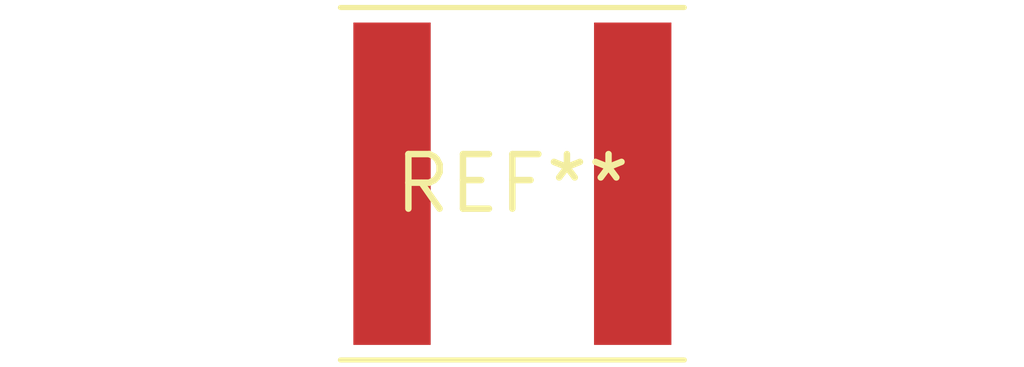
<source format=kicad_pcb>
(kicad_pcb (version 20240108) (generator pcbnew)
  (layers (0 "F.Cu" signal) (31 "B.Cu" signal) (34 "B.Paste" user) (35 "F.Paste" user) (36 "B.SilkS" user "B.Silkscreen") (37 "F.SilkS" user "F.Silkscreen") (38 "B.Mask" user) (39 "F.Mask" user) (44 "Edge.Cuts" user))
  (net 0 "")
  (footprint "L_Taiyo-Yuden_NR-80xx" (layer "F.Cu") (at 0 0)
    (property "Reference" "REF**")
    (property "Value" "L_Taiyo-Yuden_NR-80xx")
    (fp_line (start -4 -4.1) (end 4 -4.1) (layer "F.SilkS") (stroke (width 0.12)))
    (fp_line (start -4 4.1) (end 4 4.1) (layer "F.SilkS") (stroke (width 0.12)))
    (pad "1" smd rect (at -2.8 0) (size 1.8 7.5) (layers "F.Cu" "F.Paste" "F.Mask"))
    (pad "2" smd rect (at 2.8 0) (size 1.8 7.5) (layers "F.Cu" "F.Paste" "F.Mask"))
  )
)
</source>
